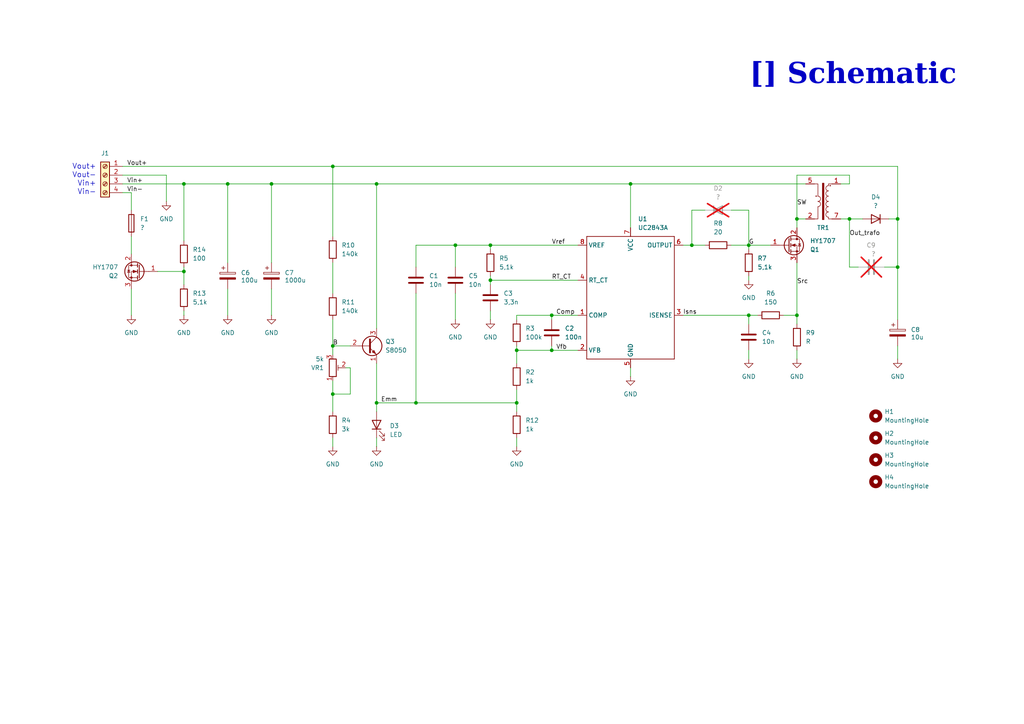
<source format=kicad_sch>
(kicad_sch (version 20250114) (generator "eeschema") (generator_version "9.0")
  (paper "A4")
  (title_block (title "Schematic") (date "2025-01-12") (rev "${REVISION}") (company "${COMPANY}") (comment 9 "NA"))
  (lib_symbols
    (symbol "Connector:Screw_Terminal_01x04" (pin_names (offset 1.016) (hide yes))
      (property "Reference" "J" (at 0 5.08 0))
      (property "Value" "Screw_Terminal_01x04" (at 0 -7.62 0))
      (symbol "Screw_Terminal_01x04_1_1"
        (rectangle (start -1.27 3.81) (end 1.27 -6.35) (stroke (width 0.254)) (fill (type background)))
        (polyline (pts (xy -0.5334 2.8702) (xy 0.3302 2.032)) (stroke (width 0.1524)))
        (polyline (pts (xy -0.5334 0.3302) (xy 0.3302 -0.508)) (stroke (width 0.1524)))
        (polyline (pts (xy -0.5334 -2.2098) (xy 0.3302 -3.048)) (stroke (width 0.1524)))
        (polyline (pts (xy -0.5334 -4.7498) (xy 0.3302 -5.588)) (stroke (width 0.1524)))
        (polyline (pts (xy -0.3556 3.048) (xy 0.508 2.2098)) (stroke (width 0.1524)))
        (polyline (pts (xy -0.3556 0.508) (xy 0.508 -0.3302)) (stroke (width 0.1524)))
        (polyline (pts (xy -0.3556 -2.032) (xy 0.508 -2.8702)) (stroke (width 0.1524)))
        (polyline (pts (xy -0.3556 -4.572) (xy 0.508 -5.4102)) (stroke (width 0.1524)))
        (circle (center 0 2.54) (radius 0.635) (stroke (width 0.1524)))
        (circle (center 0 0) (radius 0.635) (stroke (width 0.1524)))
        (circle (center 0 -2.54) (radius 0.635) (stroke (width 0.1524)))
        (circle (center 0 -5.08) (radius 0.635) (stroke (width 0.1524)))
        (pin passive line (at -5.08 2.54 0) (length 3.81) (name "Pin_1") (number "1"))
        (pin passive line (at -5.08 0 0) (length 3.81) (name "Pin_2") (number "2"))
        (pin passive line (at -5.08 -2.54 0) (length 3.81) (name "Pin_3") (number "3"))
        (pin passive line (at -5.08 -5.08 0) (length 3.81) (name "Pin_4") (number "4"))
      )
    )
    (symbol "Device:C" (pin_numbers (hide yes)) (pin_names (offset 0.254))
      (property "Reference" "C" (at 0.635 2.54 0))
      (property "Value" "C" (at 0.635 -2.54 0))
      (symbol "C_0_1"
        (polyline (pts (xy -2.032 0.762) (xy 2.032 0.762)) (stroke (width 0.508)))
        (polyline (pts (xy -2.032 -0.762) (xy 2.032 -0.762)) (stroke (width 0.508)))
      )
      (symbol "C_1_1"
        (pin passive line (at 0 3.81 270) (length 2.794) (name "~") (number "1"))
        (pin passive line (at 0 -3.81 90) (length 2.794) (name "~") (number "2"))
      )
    )
    (symbol "Device:C_Polarized" (pin_numbers (hide yes)) (pin_names (offset 0.254))
      (property "Reference" "C" (at 0.635 2.54 0))
      (property "Value" "C_Polarized" (at 0.635 -2.54 0))
      (symbol "C_Polarized_0_1"
        (rectangle (start -2.286 0.508) (end 2.286 1.016))
        (polyline (pts (xy -1.778 2.286) (xy -0.762 2.286)))
        (polyline (pts (xy -1.27 2.794) (xy -1.27 1.778)))
        (rectangle (start 2.286 -0.508) (end -2.286 -1.016) (fill (type outline)))
      )
      (symbol "C_Polarized_1_1"
        (pin passive line (at 0 3.81 270) (length 2.794) (name "~") (number "1"))
        (pin passive line (at 0 -3.81 90) (length 2.794) (name "~") (number "2"))
      )
    )
    (symbol "Device:D" (pin_numbers (hide yes)) (pin_names (offset 1.016) (hide yes))
      (property "Reference" "D" (at 0 2.54 0))
      (property "Value" "D" (at 0 -2.54 0))
      (symbol "D_0_1"
        (polyline (pts (xy -1.27 1.27) (xy -1.27 -1.27)) (stroke (width 0.254)))
        (polyline (pts (xy 1.27 1.27) (xy 1.27 -1.27) (xy -1.27 0) (xy 1.27 1.27)) (stroke (width 0.254)))
        (polyline (pts (xy 1.27 0) (xy -1.27 0)))
      )
      (symbol "D_1_1"
        (pin passive line (at -3.81 0 0) (length 2.54) (name "K") (number "1"))
        (pin passive line (at 3.81 0 180) (length 2.54) (name "A") (number "2"))
      )
    )
    (symbol "Device:Fuse" (pin_numbers (hide yes)) (pin_names (offset 0))
      (property "Reference" "F" (at 2.032 0 90))
      (property "Value" "Fuse" (at -1.905 0 90))
      (symbol "Fuse_0_1"
        (rectangle (start -0.762 -2.54) (end 0.762 2.54) (stroke (width 0.254)))
        (polyline (pts (xy 0 2.54) (xy 0 -2.54)))
      )
      (symbol "Fuse_1_1"
        (pin passive line (at 0 3.81 270) (length 1.27) (name "~") (number "1"))
        (pin passive line (at 0 -3.81 90) (length 1.27) (name "~") (number "2"))
      )
    )
    (symbol "Device:LED" (pin_numbers (hide yes)) (pin_names (offset 1.016) (hide yes))
      (property "Reference" "D" (at 0 2.54 0))
      (property "Value" "LED" (at 0 -2.54 0))
      (symbol "LED_0_1"
        (polyline (pts (xy -3.048 -0.762) (xy -4.572 -2.286) (xy -3.81 -2.286) (xy -4.572 -2.286) (xy -4.572 -1.524)))
        (polyline (pts (xy -1.778 -0.762) (xy -3.302 -2.286) (xy -2.54 -2.286) (xy -3.302 -2.286) (xy -3.302 -1.524)))
        (polyline (pts (xy -1.27 0) (xy 1.27 0)))
        (polyline (pts (xy -1.27 -1.27) (xy -1.27 1.27)) (stroke (width 0.254)))
        (polyline (pts (xy 1.27 -1.27) (xy 1.27 1.27) (xy -1.27 0) (xy 1.27 -1.27)) (stroke (width 0.254)))
      )
      (symbol "LED_1_1"
        (pin passive line (at -3.81 0 0) (length 2.54) (name "K") (number "1"))
        (pin passive line (at 3.81 0 180) (length 2.54) (name "A") (number "2"))
      )
    )
    (symbol "Device:R" (pin_numbers (hide yes)) (pin_names (offset 0))
      (property "Reference" "R" (at 2.032 0 90))
      (property "Value" "R" (at 0 0 90))
      (symbol "R_0_1"
        (rectangle (start -1.016 -2.54) (end 1.016 2.54) (stroke (width 0.254)))
      )
      (symbol "R_1_1"
        (pin passive line (at 0 3.81 270) (length 1.27) (name "~") (number "1"))
        (pin passive line (at 0 -3.81 90) (length 1.27) (name "~") (number "2"))
      )
    )
    (symbol "Device:R_Potentiometer_Trim" (pin_names (offset 1.016) (hide yes))
      (property "Reference" "RV" (at -4.445 0 90))
      (property "Value" "R_Potentiometer_Trim" (at -2.54 0 90))
      (symbol "R_Potentiometer_Trim_0_1"
        (rectangle (start 1.016 2.54) (end -1.016 -2.54) (stroke (width 0.254)))
        (polyline (pts (xy 1.524 0.762) (xy 1.524 -0.762)))
        (polyline (pts (xy 2.54 0) (xy 1.524 0)))
      )
      (symbol "R_Potentiometer_Trim_1_1"
        (pin passive line (at 0 3.81 270) (length 1.27) (name "1") (number "1"))
        (pin passive line (at 0 -3.81 90) (length 1.27) (name "3") (number "3"))
        (pin passive line (at 3.81 0 180) (length 1.27) (name "2") (number "2"))
      )
    )
    (symbol "Mechanical:MountingHole" (pin_names (offset 1.016)) (in_bom no)
      (property "Reference" "H" (at 0 5.08 0))
      (property "Value" "MountingHole" (at 0 3.175 0))
      (symbol "MountingHole_0_1"
        (circle (center 0 0) (radius 1.27) (stroke (width 1.27)))
      )
    )
    (symbol "Transistor_BJT:S8050" (pin_names (offset 0) (hide yes))
      (property "Reference" "Q" (at 5.08 1.905 0))
      (property "Value" "S8050" (at 5.08 0 0))
      (symbol "S8050_0_1"
        (polyline (pts (xy -2.54 0) (xy 0.635 0)))
        (polyline (pts (xy 0.635 1.905) (xy 0.635 -1.905)) (stroke (width 0.508)))
        (circle (center 1.27 0) (radius 2.8194) (stroke (width 0.254)))
      )
      (symbol "S8050_1_1"
        (polyline (pts (xy 0.635 0.635) (xy 2.54 2.54)))
        (polyline (pts (xy 0.635 -0.635) (xy 2.54 -2.54)))
        (polyline (pts (xy 1.27 -1.778) (xy 1.778 -1.27) (xy 2.286 -2.286) (xy 1.27 -1.778)) (fill (type outline)))
        (pin input line (at -5.08 0 0) (length 2.54) (name "B") (number "2"))
        (pin passive line (at 2.54 5.08 270) (length 2.54) (name "C") (number "3"))
        (pin passive line (at 2.54 -5.08 90) (length 2.54) (name "E") (number "1"))
      )
    )
    (symbol "Transistor_FET:Q_NMOS_GDS" (pin_names (offset 0) (hide yes))
      (property "Reference" "Q" (at 5.08 1.905 0))
      (property "Value" "Q_NMOS_GDS" (at 5.08 0 0))
      (symbol "Q_NMOS_GDS_0_1"
        (polyline (pts (xy 0.254 1.905) (xy 0.254 -1.905)) (stroke (width 0.254)))
        (polyline (pts (xy 0.254 0) (xy -2.54 0)))
        (polyline (pts (xy 0.762 2.286) (xy 0.762 1.27)) (stroke (width 0.254)))
        (polyline (pts (xy 0.762 0.508) (xy 0.762 -0.508)) (stroke (width 0.254)))
        (polyline (pts (xy 0.762 -1.27) (xy 0.762 -2.286)) (stroke (width 0.254)))
        (polyline (pts (xy 0.762 -1.778) (xy 3.302 -1.778) (xy 3.302 1.778) (xy 0.762 1.778)))
        (polyline (pts (xy 1.016 0) (xy 2.032 0.381) (xy 2.032 -0.381) (xy 1.016 0)) (fill (type outline)))
        (circle (center 1.651 0) (radius 2.794) (stroke (width 0.254)))
        (polyline (pts (xy 2.54 2.54) (xy 2.54 1.778)))
        (circle (center 2.54 1.778) (radius 0.254) (fill (type outline)))
        (circle (center 2.54 -1.778) (radius 0.254) (fill (type outline)))
        (polyline (pts (xy 2.54 -2.54) (xy 2.54 0) (xy 0.762 0)))
        (polyline (pts (xy 2.921 0.381) (xy 3.683 0.381)))
        (polyline (pts (xy 3.302 0.381) (xy 2.921 -0.254) (xy 3.683 -0.254) (xy 3.302 0.381)))
      )
      (symbol "Q_NMOS_GDS_1_1"
        (pin input line (at -5.08 0 0) (length 2.54) (name "G") (number "1"))
        (pin passive line (at 2.54 5.08 270) (length 2.54) (name "D") (number "2"))
        (pin passive line (at 2.54 -5.08 90) (length 2.54) (name "S") (number "3"))
      )
    )
    (symbol "personal:TR_12to450V_alixp"
      (property "Reference" "TR" (at 0 8.382 0))
      (symbol "TR_12to450V_alixp_0_1"
        (polyline (pts (xy -2.54 -5.08) (xy -1.524 -5.08) (xy -1.524 -1.524)) (stroke (width 0.1524)))
        (circle (center -2.032 1.524) (radius 0.127))
        (polyline (pts (xy -1.524 1.524) (xy -1.524 5.08) (xy -2.54 5.08)) (stroke (width 0.1524)))
        (rectangle (start 0.254 5.334) (end -0.254 -5.334) (stroke (width 0.0254)) (fill (type outline)))
        (polyline (pts (xy 1.524 4.572) (xy 1.524 5.08) (xy 2.54 5.08)))
        (polyline (pts (xy 1.524 -4.572) (xy 1.524 -5.08) (xy 2.54 -5.08)))
        (circle (center 2.032 4.572) (radius 0.127))
      )
      (symbol "TR_12to450V_alixp_1_1"
        (arc (start -1.524 1.524) (mid -0.7653 0.762) (end -1.524 0) (stroke (width 0.1524)))
        (arc (start -1.524 0) (mid -0.7653 -0.762) (end -1.524 -1.524) (stroke (width 0.1524)))
        (arc (start 1.524 3.048) (mid 0.7653 3.81) (end 1.524 4.572) (stroke (width 0.1524)))
        (arc (start 1.524 1.524) (mid 0.7653 2.286) (end 1.524 3.048) (stroke (width 0.1524)))
        (arc (start 1.524 0) (mid 0.7653 0.762) (end 1.524 1.524) (stroke (width 0.1524)))
        (arc (start 1.524 -1.524) (mid 0.7653 -0.762) (end 1.524 0) (stroke (width 0.1524)))
        (arc (start 1.524 -3.048) (mid 0.7653 -2.286) (end 1.524 -1.524) (stroke (width 0.1524)))
        (arc (start 1.524 -4.572) (mid 0.7653 -3.81) (end 1.524 -3.048) (stroke (width 0.1524)))
        (pin passive line (at -5.08 5.08 0) (length 2.54) (name "~") (number "5"))
        (pin passive line (at -5.08 -5.08 0) (length 2.54) (name "~") (number "2"))
        (pin passive line (at 5.08 5.08 180) (length 2.54) (name "~") (number "1"))
        (pin passive line (at 5.08 -5.08 180) (length 2.54) (name "~") (number "7"))
      )
    )
    (symbol "personal:UC2843AQD8R"
      (property "Reference" "U" (at -12.7 21.082 0))
      (property "Value" "UC2843A" (at -12.7 19.05 0))
      (symbol "UC2843AQD8R_0_1"
        (polyline (pts (xy -12.7 17.78) (xy -12.7 -17.78)) (stroke (width 0.2032)))
        (polyline (pts (xy -12.7 -17.78) (xy 12.7 -17.78)) (stroke (width 0.2032)))
        (polyline (pts (xy 12.7 17.78) (xy -12.7 17.78)) (stroke (width 0.2032)))
        (polyline (pts (xy 12.7 -17.78) (xy 12.7 17.78)) (stroke (width 0.2032)))
      )
      (symbol "UC2843AQD8R_1_1"
        (pin power_out line (at -15.24 15.24 0) (length 2.54) (name "VREF") (number "8"))
        (pin input line (at -15.24 5.08 0) (length 2.54) (name "RT_CT") (number "4"))
        (pin output line (at -15.24 -5.08 0) (length 2.54) (name "COMP") (number "1"))
        (pin input line (at -15.24 -15.24 0) (length 2.54) (name "VFB") (number "2"))
        (pin power_in line (at 0 20.32 270) (length 2.54) (name "VCC") (number "7"))
        (pin passive line (at 0 -20.32 90) (length 2.54) (name "GND") (number "5"))
        (pin output line (at 15.24 15.24 180) (length 2.54) (name "OUTPUT") (number "6"))
        (pin input line (at 15.24 -5.08 180) (length 2.54) (name "ISENSE") (number "3"))
      )
    )
    (symbol "power:GND" (power) (pin_numbers (hide yes)) (pin_names (offset 0) (hide yes))
      (property "Value" "GND" (at 0 -3.81 0))
      (symbol "GND_0_1"
        (polyline (pts (xy 0 0) (xy 0 -1.27) (xy 1.27 -1.27) (xy 0 -2.54) (xy -1.27 -1.27) (xy 0 -1.27)))
      )
      (symbol "GND_1_1"
        (pin power_in line (at 0 0 270) (length 0) (name "~") (number "1"))
      )
    )
  )
  (text "Vout+\nVout-\nVin+\nVin-" (at 27.94 52.07 0) (effects (font (size 1.524 1.524)) (justify right)))
  (text_box "[${#}] ${TITLE}" (at 203.2 15.24 0) (size 78.74 12.7) (margins 4.4999 4.4999 4.4999 4.4999) (stroke (width -0.0001)) (effects (font (size 6 6) (thickness 1.2) (bold yes)) (justify right)))
  (junction (at 53.34 53.34))
  (junction (at 53.34 78.74))
  (junction (at 96.52 114.3))
  (junction (at 96.52 100.33))
  (junction (at 109.22 53.34))
  (junction (at 120.65 116.84))
  (junction (at 132.08 71.12))
  (junction (at 142.24 71.12))
  (junction (at 246.38 63.5))
  (junction (at 78.74 53.34))
  (junction (at 149.86 116.84))
  (junction (at 217.17 91.44))
  (junction (at 260.35 63.5))
  (junction (at 66.04 53.34))
  (junction (at 231.14 91.44))
  (junction (at 142.24 81.28))
  (junction (at 160.02 101.6))
  (junction (at 149.86 101.6))
  (junction (at 109.22 116.84))
  (junction (at 160.02 91.44))
  (junction (at 217.17 71.12))
  (junction (at 96.52 48.26))
  (junction (at 200.66 71.12))
  (junction (at 260.35 77.47))
  (junction (at 231.14 63.5))
  (junction (at 182.88 53.34))
  (wire (pts (xy 182.88 106.68) (xy 182.88 109.22)))
  (wire (pts (xy 160.02 91.44) (xy 160.02 92.71)))
  (wire (pts (xy 233.68 63.5) (xy 231.14 63.5)))
  (wire (pts (xy 96.52 127) (xy 96.52 129.54)))
  (wire (pts (xy 231.14 50.8) (xy 246.38 50.8)))
  (wire (pts (xy 219.71 91.44) (xy 217.17 91.44)))
  (wire (pts (xy 142.24 71.12) (xy 167.64 71.12)))
  (wire (pts (xy 66.04 53.34) (xy 66.04 76.2)))
  (wire (pts (xy 198.12 71.12) (xy 200.66 71.12)))
  (wire (pts (xy 217.17 91.44) (xy 217.17 93.98)))
  (wire (pts (xy 142.24 92.71) (xy 142.24 90.17)))
  (wire (pts (xy 160.02 101.6) (xy 160.02 100.33)))
  (wire (pts (xy 53.34 53.34) (xy 66.04 53.34)))
  (wire (pts (xy 149.86 113.03) (xy 149.86 116.84)))
  (wire (pts (xy 132.08 77.47) (xy 132.08 71.12)))
  (wire (pts (xy 109.22 116.84) (xy 120.65 116.84)))
  (wire (pts (xy 132.08 71.12) (xy 120.65 71.12)))
  (wire (pts (xy 96.52 100.33) (xy 96.52 102.87)))
  (wire (pts (xy 200.66 60.96) (xy 204.47 60.96)))
  (wire (pts (xy 53.34 53.34) (xy 53.34 69.85)))
  (wire (pts (xy 96.52 100.33) (xy 101.6 100.33)))
  (wire (pts (xy 101.6 106.68) (xy 101.6 114.3)))
  (wire (pts (xy 246.38 77.47) (xy 246.38 63.5)))
  (wire (pts (xy 231.14 101.6) (xy 231.14 104.14)))
  (wire (pts (xy 132.08 92.71) (xy 132.08 85.09)))
  (wire (pts (xy 96.52 92.71) (xy 96.52 100.33)))
  (wire (pts (xy 243.84 53.34) (xy 246.38 53.34)))
  (wire (pts (xy 96.52 85.09) (xy 96.52 76.2)))
  (wire (pts (xy 132.08 71.12) (xy 142.24 71.12)))
  (wire (pts (xy 96.52 48.26) (xy 96.52 68.58)))
  (wire (pts (xy 231.14 91.44) (xy 231.14 93.98)))
  (wire (pts (xy 149.86 92.71) (xy 149.86 91.44)))
  (wire (pts (xy 45.72 78.74) (xy 53.34 78.74)))
  (wire (pts (xy 256.54 77.47) (xy 260.35 77.47)))
  (wire (pts (xy 48.26 50.8) (xy 35.56 50.8)))
  (wire (pts (xy 38.1 83.82) (xy 38.1 91.44)))
  (wire (pts (xy 48.26 58.42) (xy 48.26 50.8)))
  (wire (pts (xy 38.1 55.88) (xy 38.1 60.96)))
  (wire (pts (xy 260.35 63.5) (xy 260.35 77.47)))
  (wire (pts (xy 66.04 83.82) (xy 66.04 91.44)))
  (wire (pts (xy 96.52 48.26) (xy 260.35 48.26)))
  (wire (pts (xy 217.17 101.6) (xy 217.17 104.14)))
  (wire (pts (xy 142.24 81.28) (xy 142.24 82.55)))
  (wire (pts (xy 149.86 101.6) (xy 160.02 101.6)))
  (wire (pts (xy 109.22 116.84) (xy 109.22 119.38)))
  (wire (pts (xy 160.02 91.44) (xy 167.64 91.44)))
  (wire (pts (xy 246.38 63.5) (xy 250.19 63.5)))
  (wire (pts (xy 227.33 91.44) (xy 231.14 91.44)))
  (wire (pts (xy 212.09 71.12) (xy 217.17 71.12)))
  (wire (pts (xy 200.66 60.96) (xy 200.66 71.12)))
  (wire (pts (xy 149.86 116.84) (xy 149.86 119.38)))
  (wire (pts (xy 96.52 114.3) (xy 96.52 119.38)))
  (wire (pts (xy 217.17 71.12) (xy 217.17 72.39)))
  (wire (pts (xy 142.24 81.28) (xy 167.64 81.28)))
  (wire (pts (xy 35.56 55.88) (xy 38.1 55.88)))
  (wire (pts (xy 66.04 53.34) (xy 78.74 53.34)))
  (wire (pts (xy 78.74 53.34) (xy 109.22 53.34)))
  (wire (pts (xy 101.6 114.3) (xy 96.52 114.3)))
  (wire (pts (xy 96.52 110.49) (xy 96.52 114.3)))
  (wire (pts (xy 182.88 53.34) (xy 233.68 53.34)))
  (wire (pts (xy 200.66 71.12) (xy 204.47 71.12)))
  (wire (pts (xy 109.22 127) (xy 109.22 129.54)))
  (wire (pts (xy 260.35 48.26) (xy 260.35 63.5)))
  (wire (pts (xy 120.65 71.12) (xy 120.65 77.47)))
  (wire (pts (xy 120.65 116.84) (xy 149.86 116.84)))
  (wire (pts (xy 109.22 53.34) (xy 182.88 53.34)))
  (wire (pts (xy 198.12 91.44) (xy 217.17 91.44)))
  (wire (pts (xy 53.34 77.47) (xy 53.34 78.74)))
  (wire (pts (xy 53.34 90.17) (xy 53.34 91.44)))
  (wire (pts (xy 217.17 60.96) (xy 217.17 71.12)))
  (wire (pts (xy 142.24 71.12) (xy 142.24 72.39)))
  (wire (pts (xy 78.74 53.34) (xy 78.74 76.2)))
  (wire (pts (xy 149.86 100.33) (xy 149.86 101.6)))
  (wire (pts (xy 246.38 77.47) (xy 248.92 77.47)))
  (wire (pts (xy 243.84 63.5) (xy 246.38 63.5)))
  (wire (pts (xy 149.86 101.6) (xy 149.86 105.41)))
  (wire (pts (xy 231.14 63.5) (xy 231.14 66.04)))
  (wire (pts (xy 35.56 48.26) (xy 96.52 48.26)))
  (wire (pts (xy 35.56 53.34) (xy 53.34 53.34)))
  (wire (pts (xy 53.34 78.74) (xy 53.34 82.55)))
  (wire (pts (xy 109.22 105.41) (xy 109.22 116.84)))
  (wire (pts (xy 142.24 80.01) (xy 142.24 81.28)))
  (wire (pts (xy 78.74 83.82) (xy 78.74 91.44)))
  (wire (pts (xy 231.14 63.5) (xy 231.14 50.8)))
  (wire (pts (xy 149.86 127) (xy 149.86 129.54)))
  (wire (pts (xy 260.35 63.5) (xy 257.81 63.5)))
  (wire (pts (xy 182.88 53.34) (xy 182.88 66.04)))
  (wire (pts (xy 246.38 50.8) (xy 246.38 53.34)))
  (wire (pts (xy 120.65 85.09) (xy 120.65 116.84)))
  (wire (pts (xy 160.02 101.6) (xy 167.64 101.6)))
  (wire (pts (xy 109.22 53.34) (xy 109.22 95.25)))
  (wire (pts (xy 217.17 80.01) (xy 217.17 81.28)))
  (wire (pts (xy 260.35 100.33) (xy 260.35 104.14)))
  (wire (pts (xy 231.14 76.2) (xy 231.14 91.44)))
  (wire (pts (xy 212.09 60.96) (xy 217.17 60.96)))
  (wire (pts (xy 260.35 77.47) (xy 260.35 92.71)))
  (wire (pts (xy 149.86 91.44) (xy 160.02 91.44)))
  (wire (pts (xy 223.52 71.12) (xy 217.17 71.12)))
  (wire (pts (xy 38.1 68.58) (xy 38.1 73.66)))
  (wire (pts (xy 100.33 106.68) (xy 101.6 106.68)))
  (label "Vin+" (at 36.83 53.34 0))
  (label "Vref" (at 160.02 71.12 0))
  (label "RT_CT" (at 160.02 81.28 0))
  (label "Comp" (at 161.29 91.44 0))
  (label "Emm" (at 110.49 116.84 0))
  (label "SW" (at 231.14 59.69 0))
  (label "Vin-" (at 36.83 55.88 0))
  (label "Vout+" (at 36.83 48.26 0))
  (label "B" (at 96.52 100.33 0))
  (label "Vfb" (at 161.29 101.6 0))
  (label "Isns" (at 198.12 91.44 0))
  (label "Out_trafo" (at 246.38 68.58 0))
  (label "G" (at 217.17 71.12 0))
  (label "Src" (at 231.14 82.55 0))
  (symbol (lib_id "power:GND") (at 48.26 58.42 0) (unit 1)
    (property "Reference" "#PWR03" (effects (hide yes)))
    (property "Value" "GND" (at 48.26 63.5 0))
    (property "Description" "Power symbol creates a global label with name \"GND\" , ground" (effects (hide yes)))
  )
  (symbol (lib_id "personal:TR_12to450V_alixp") (at 238.76 58.42 0) (unit 1)
    (property "Reference" "TR1" (at 238.76 66.04 0))
    (property "Footprint" "Personal:Tr12to450V_Alixp" (effects (hide yes)))
  )
  (symbol (lib_id "Device:C_Polarized") (at 78.74 80.01 0) (unit 1)
    (property "Reference" "C7" (at 82.55 79.1209 0) (effects (justify left)))
    (property "Value" "1000u" (at 82.55 81.28 0) (effects (justify left)))
    (property "Footprint" "Capacitor_THT:C_Radial_D10.0mm_H20.0mm_P5.00mm" (effects (hide yes)))
    (property "Description" "Polarized capacitor" (effects (hide yes)))
  )
  (symbol (lib_id "power:GND") (at 217.17 104.14 0) (unit 1)
    (property "Reference" "#PWR012" (effects (hide yes)))
    (property "Value" "GND" (at 217.17 109.22 0))
    (property "Description" "Power symbol creates a global label with name \"GND\" , ground" (effects (hide yes)))
  )
  (symbol (lib_id "power:GND") (at 231.14 104.14 0) (unit 1)
    (property "Reference" "#PWR013" (effects (hide yes)))
    (property "Value" "GND" (at 231.14 109.22 0))
    (property "Description" "Power symbol creates a global label with name \"GND\" , ground" (effects (hide yes)))
  )
  (symbol (lib_id "Device:R") (at 217.17 76.2 0) (unit 1)
    (property "Reference" "R7" (at 219.71 74.9299 0) (effects (justify left)))
    (property "Value" "5,1k" (at 219.71 77.4699 0) (effects (justify left)))
    (property "Footprint" "Resistor_THT:R_Axial_DIN0207_L6.3mm_D2.5mm_P7.62mm_Horizontal" (effects (hide yes)))
    (property "Description" "Resistor" (effects (hide yes)))
  )
  (symbol (lib_id "Device:C") (at 160.02 96.52 0) (unit 1)
    (property "Reference" "C2" (at 163.83 95.2499 0) (effects (justify left)))
    (property "Value" "100n" (at 163.83 97.7899 0) (effects (justify left)))
    (property "Footprint" "Capacitor_THT:C_Disc_D4.3mm_W1.9mm_P5.00mm" (effects (hide yes)))
    (property "Description" "Unpolarized capacitor" (effects (hide yes)))
  )
  (symbol (lib_id "Transistor_BJT:S8050") (at 106.68 100.33 0) (unit 1)
    (property "Reference" "Q3" (at 111.76 99.0599 0) (effects (justify left)))
    (property "Value" "S8050" (at 111.76 101.5999 0) (effects (justify left)))
    (property "Footprint" "Package_TO_SOT_THT:TO-92_Inline_Wide" (effects (hide yes)))
    (property "Datasheet" "http://www.unisonic.com.tw/datasheet/S8050.pdf" (effects (hide yes)))
    (property "Description" "0.7A Ic, 20V Vce, Low Voltage High Current NPN Transistor, TO-92" (effects (hide yes)))
  )
  (symbol (lib_id "Device:R") (at 96.52 72.39 180) (unit 1)
    (property "Reference" "R10" (at 99.06 71.1199 0) (effects (justify right)))
    (property "Value" "140k" (at 99.06 73.6599 0) (effects (justify right)))
    (property "Footprint" "Resistor_THT:R_Axial_DIN0309_L9.0mm_D3.2mm_P12.70mm_Horizontal" (effects (hide yes)))
    (property "Description" "Resistor" (effects (hide yes)))
  )
  (symbol (lib_id "Device:C") (at 252.73 77.47 90) (unit 1) (in_bom no) (dnp yes)
    (property "Reference" "C9" (at 254 71.12 90) (effects (justify left)))
    (property "Value" "?" (at 254 73.66 90) (effects (justify left)))
    (property "Footprint" "Capacitor_THT:C_Rect_L7.0mm_W2.0mm_P5.00mm" (effects (hide yes)))
    (property "Description" "Unpolarized capacitor" (effects (hide yes)))
  )
  (symbol (lib_id "Device:LED") (at 109.22 123.19 90) (unit 1)
    (property "Reference" "D3" (at 113.03 123.5074 90) (effects (justify right)))
    (property "Value" "LED" (at 113.03 126.0474 90) (effects (justify right)))
    (property "Footprint" "LED_THT:LED_D3.0mm" (effects (hide yes)))
    (property "Description" "Light emitting diode" (effects (hide yes)))
    (property "Sim.Pins" "1=K 2=A" (effects (hide yes)))
  )
  (symbol (lib_id "Transistor_FET:Q_NMOS_GDS") (at 40.64 78.74 0) (mirror y) (unit 1)
    (property "Reference" "Q2" (at 34.29 80.0101 0) (effects (justify left)))
    (property "Value" "HY1707" (at 34.29 77.4701 0) (effects (justify left)))
    (property "Footprint" "Package_TO_SOT_THT:TO-220F-3_Vertical" (effects (hide yes)))
    (property "Description" "N-MOSFET transistor, gate/drain/source" (effects (hide yes)))
  )
  (symbol (lib_id "Device:R") (at 142.24 76.2 180) (unit 1)
    (property "Reference" "R5" (at 144.78 74.9299 0) (effects (justify right)))
    (property "Value" "5,1k" (at 144.78 77.4699 0) (effects (justify right)))
    (property "Footprint" "Resistor_THT:R_Axial_DIN0207_L6.3mm_D2.5mm_P7.62mm_Horizontal" (effects (hide yes)))
    (property "Description" "Resistor" (effects (hide yes)))
  )
  (symbol (lib_id "Transistor_FET:Q_NMOS_GDS") (at 228.6 71.12 0) (unit 1)
    (property "Reference" "Q1" (at 234.95 72.3901 0) (effects (justify left)))
    (property "Value" "HY1707" (at 234.95 69.8501 0) (effects (justify left)))
    (property "Footprint" "Package_TO_SOT_THT:TO-220F-3_Vertical" (effects (hide yes)))
    (property "Description" "N-MOSFET transistor, gate/drain/source" (effects (hide yes)))
  )
  (symbol (lib_id "Mechanical:MountingHole") (at 254 120.65 0) (unit 1) (in_bom no)
    (property "Reference" "H1" (at 256.54 119.3799 0) (effects (justify left)))
    (property "Value" "MountingHole" (at 256.54 121.9199 0) (effects (justify left)))
    (property "Footprint" "MountingHole:MountingHole_2.1mm" (effects (hide yes)))
    (property "Description" "Mounting Hole without connection" (effects (hide yes)))
  )
  (symbol (lib_id "Device:R") (at 96.52 88.9 180) (unit 1)
    (property "Reference" "R11" (at 99.06 87.6299 0) (effects (justify right)))
    (property "Value" "140k" (at 99.06 90.1699 0) (effects (justify right)))
    (property "Footprint" "Resistor_THT:R_Axial_DIN0309_L9.0mm_D3.2mm_P12.70mm_Horizontal" (effects (hide yes)))
    (property "Description" "Resistor" (effects (hide yes)))
  )
  (symbol (lib_id "personal:UC2843AQD8R") (at 182.88 86.36 0) (unit 1)
    (property "Reference" "U1" (at 185.0233 63.5 0) (effects (justify left)))
    (property "Value" "UC2843A" (at 185.0233 66.04 0) (effects (justify left)))
    (property "Footprint" "Package_DIP:DIP-8_W7.62mm" (effects (hide yes)))
  )
  (symbol (lib_id "Mechanical:MountingHole") (at 254 139.7 0) (unit 1) (in_bom no)
    (property "Reference" "H4" (at 256.54 138.4299 0) (effects (justify left)))
    (property "Value" "MountingHole" (at 256.54 140.9699 0) (effects (justify left)))
    (property "Footprint" "MountingHole:MountingHole_2.1mm" (effects (hide yes)))
    (property "Description" "Mounting Hole without connection" (effects (hide yes)))
  )
  (symbol (lib_id "Device:C") (at 120.65 81.28 180) (unit 1)
    (property "Reference" "C1" (at 124.46 80.0099 0) (effects (justify right)))
    (property "Value" "10n" (at 124.46 82.5499 0) (effects (justify right)))
    (property "Footprint" "Capacitor_THT:C_Rect_L7.0mm_W2.0mm_P5.00mm" (effects (hide yes)))
    (property "Description" "Unpolarized capacitor" (effects (hide yes)))
  )
  (symbol (lib_id "Mechanical:MountingHole") (at 254 127 0) (unit 1) (in_bom no)
    (property "Reference" "H2" (at 256.54 125.7299 0) (effects (justify left)))
    (property "Value" "MountingHole" (at 256.54 128.2699 0) (effects (justify left)))
    (property "Footprint" "MountingHole:MountingHole_2.1mm" (effects (hide yes)))
    (property "Description" "Mounting Hole without connection" (effects (hide yes)))
  )
  (symbol (lib_id "Device:D") (at 208.28 60.96 0) (unit 1) (in_bom no) (dnp yes)
    (property "Reference" "D2" (at 208.28 54.61 0))
    (property "Value" "?" (at 208.28 57.15 0))
    (property "Footprint" "Diode_THT:D_A-405_P7.62mm_Horizontal" (effects (hide yes)))
    (property "Description" "Diode" (effects (hide yes)))
    (property "Sim.Device" "D" (effects (hide yes)))
    (property "Sim.Pins" "1=K 2=A" (effects (hide yes)))
    (property "Notes" "Markings are not readable on the part" (effects (hide yes)))
  )
  (symbol (lib_id "power:GND") (at 96.52 129.54 0) (unit 1)
    (property "Reference" "#PWR015" (effects (hide yes)))
    (property "Value" "GND" (at 96.52 134.62 0))
    (property "Description" "Power symbol creates a global label with name \"GND\" , ground" (effects (hide yes)))
  )
  (symbol (lib_id "Connector:Screw_Terminal_01x04") (at 30.48 50.8 0) (mirror y) (unit 1)
    (property "Reference" "J1" (at 30.48 44.45 0))
    (property "Value" "Screw_Terminal_01x04" (effects (hide yes)))
    (property "Footprint" "TerminalBlock:TerminalBlock_MaiXu_MX126-5.0-04P_1x04_P5.00mm" (effects (hide yes)))
    (property "Description" "Generic screw terminal, single row, 01x04, script generated (kicad-library-utils/schlib/autogen/connector/)" (effects (hide yes)))
  )
  (symbol (lib_id "Device:C") (at 217.17 97.79 0) (unit 1)
    (property "Reference" "C4" (at 220.98 96.5199 0) (effects (justify left)))
    (property "Value" "10n" (at 220.98 99.0599 0) (effects (justify left)))
    (property "Footprint" "Capacitor_THT:C_Rect_L7.0mm_W2.0mm_P5.00mm" (effects (hide yes)))
    (property "Description" "Unpolarized capacitor" (effects (hide yes)))
  )
  (symbol (lib_id "Device:R") (at 149.86 123.19 0) (unit 1)
    (property "Reference" "R12" (at 152.4 121.9199 0) (effects (justify left)))
    (property "Value" "1k" (at 152.4 124.4599 0) (effects (justify left)))
    (property "Footprint" "Resistor_THT:R_Axial_DIN0207_L6.3mm_D2.5mm_P7.62mm_Horizontal" (effects (hide yes)))
    (property "Description" "Resistor" (effects (hide yes)))
  )
  (symbol (lib_id "power:GND") (at 109.22 129.54 0) (unit 1)
    (property "Reference" "#PWR029" (effects (hide yes)))
    (property "Value" "GND" (at 109.22 134.62 0))
    (property "Description" "Power symbol creates a global label with name \"GND\" , ground" (effects (hide yes)))
  )
  (symbol (lib_id "Device:C_Polarized") (at 260.35 96.52 0) (unit 1)
    (property "Reference" "C8" (at 264.16 95.6309 0) (effects (justify left)))
    (property "Value" "10u" (at 264.16 97.79 0) (effects (justify left)))
    (property "Footprint" "Capacitor_THT:C_Radial_D10.0mm_H16.0mm_P5.00mm" (effects (hide yes)))
    (property "Description" "Polarized capacitor" (effects (hide yes)))
  )
  (symbol (lib_id "Device:R") (at 208.28 71.12 90) (unit 1)
    (property "Reference" "R8" (at 208.28 64.77 90))
    (property "Value" "20" (at 208.28 67.31 90))
    (property "Footprint" "Resistor_THT:R_Axial_DIN0207_L6.3mm_D2.5mm_P7.62mm_Horizontal" (effects (hide yes)))
    (property "Description" "Resistor" (effects (hide yes)))
  )
  (symbol (lib_id "power:GND") (at 78.74 91.44 0) (unit 1)
    (property "Reference" "#PWR08" (effects (hide yes)))
    (property "Value" "GND" (at 78.74 96.52 0))
    (property "Description" "Power symbol creates a global label with name \"GND\" , ground" (effects (hide yes)))
  )
  (symbol (lib_id "Device:Fuse") (at 38.1 64.77 0) (unit 1)
    (property "Reference" "F1" (at 40.64 63.4999 0) (effects (justify left)))
    (property "Value" "?" (at 40.64 66.0399 0) (effects (justify left)))
    (property "Footprint" "Fuse:Fuseholder_Clip-5x20mm_Eaton_1A5601-01_Inline_P20.80x6.76mm_D1.70mm_Horizontal" (effects (hide yes)))
    (property "Description" "Fuse" (effects (hide yes)))
  )
  (symbol (lib_id "Device:R") (at 149.86 109.22 0) (unit 1)
    (property "Reference" "R2" (at 152.4 107.9499 0) (effects (justify left)))
    (property "Value" "1k" (at 152.4 110.4899 0) (effects (justify left)))
    (property "Footprint" "Resistor_THT:R_Axial_DIN0207_L6.3mm_D2.5mm_P7.62mm_Horizontal" (effects (hide yes)))
    (property "Description" "Resistor" (effects (hide yes)))
  )
  (symbol (lib_id "power:GND") (at 38.1 91.44 0) (unit 1)
    (property "Reference" "#PWR05" (effects (hide yes)))
    (property "Value" "GND" (at 38.1 96.52 0))
    (property "Description" "Power symbol creates a global label with name \"GND\" , ground" (effects (hide yes)))
  )
  (symbol (lib_id "Device:R") (at 223.52 91.44 90) (unit 1)
    (property "Reference" "R6" (at 223.52 85.09 90))
    (property "Value" "150" (at 223.52 87.63 90))
    (property "Footprint" "Resistor_THT:R_Axial_DIN0309_L9.0mm_D3.2mm_P12.70mm_Horizontal" (effects (hide yes)))
    (property "Description" "Resistor" (effects (hide yes)))
  )
  (symbol (lib_id "power:GND") (at 182.88 109.22 0) (unit 1)
    (property "Reference" "#PWR010" (effects (hide yes)))
    (property "Value" "GND" (at 182.88 114.3 0))
    (property "Description" "Power symbol creates a global label with name \"GND\" , ground" (effects (hide yes)))
  )
  (symbol (lib_id "Device:C") (at 132.08 81.28 0) (unit 1)
    (property "Reference" "C5" (at 135.89 80.0099 0) (effects (justify left)))
    (property "Value" "10n" (at 135.89 82.5499 0) (effects (justify left)))
    (property "Footprint" "Capacitor_THT:C_Rect_L7.0mm_W2.0mm_P5.00mm" (effects (hide yes)))
    (property "Description" "Unpolarized capacitor" (effects (hide yes)))
  )
  (symbol (lib_id "power:GND") (at 260.35 104.14 0) (unit 1)
    (property "Reference" "#PWR014" (effects (hide yes)))
    (property "Value" "GND" (at 260.35 109.22 0))
    (property "Description" "Power symbol creates a global label with name \"GND\" , ground" (effects (hide yes)))
  )
  (symbol (lib_id "power:GND") (at 217.17 81.28 0) (unit 1)
    (property "Reference" "#PWR04" (effects (hide yes)))
    (property "Value" "GND" (at 217.17 86.36 0))
    (property "Description" "Power symbol creates a global label with name \"GND\" , ground" (effects (hide yes)))
  )
  (symbol (lib_id "power:GND") (at 66.04 91.44 0) (unit 1)
    (property "Reference" "#PWR07" (effects (hide yes)))
    (property "Value" "GND" (at 66.04 96.52 0))
    (property "Description" "Power symbol creates a global label with name \"GND\" , ground" (effects (hide yes)))
  )
  (symbol (lib_id "Device:R") (at 231.14 97.79 0) (unit 1)
    (property "Reference" "R9" (at 233.68 96.5199 0) (effects (justify left)))
    (property "Value" "R" (at 233.68 99.0599 0) (effects (justify left)))
    (property "Footprint" "Resistor_THT:R_Axial_DIN0309_L9.0mm_D3.2mm_P15.24mm_Horizontal" (effects (hide yes)))
    (property "Description" "Resistor" (effects (hide yes)))
  )
  (symbol (lib_id "Device:C_Polarized") (at 66.04 80.01 0) (unit 1)
    (property "Reference" "C6" (at 69.85 79.1209 0) (effects (justify left)))
    (property "Value" "100u" (at 69.85 81.28 0) (effects (justify left)))
    (property "Footprint" "Capacitor_THT:C_Radial_D8.0mm_H11.5mm_P3.50mm" (effects (hide yes)))
    (property "Description" "Polarized capacitor" (effects (hide yes)))
  )
  (symbol (lib_id "Device:R") (at 96.52 123.19 0) (unit 1)
    (property "Reference" "R4" (at 99.06 121.9199 0) (effects (justify left)))
    (property "Value" "3k" (at 99.06 124.4599 0) (effects (justify left)))
    (property "Footprint" "Resistor_THT:R_Axial_DIN0207_L6.3mm_D2.5mm_P7.62mm_Horizontal" (effects (hide yes)))
    (property "Description" "Resistor" (effects (hide yes)))
  )
  (symbol (lib_id "power:GND") (at 132.08 92.71 0) (mirror y) (unit 1)
    (property "Reference" "#PWR09" (effects (hide yes)))
    (property "Value" "GND" (at 132.08 97.79 0))
    (property "Description" "Power symbol creates a global label with name \"GND\" , ground" (effects (hide yes)))
  )
  (symbol (lib_id "Device:R") (at 53.34 86.36 0) (unit 1)
    (property "Reference" "R13" (at 55.88 85.0899 0) (effects (justify left)))
    (property "Value" "5,1k" (at 55.88 87.6299 0) (effects (justify left)))
    (property "Footprint" "Resistor_THT:R_Axial_DIN0207_L6.3mm_D2.5mm_P7.62mm_Horizontal" (effects (hide yes)))
    (property "Description" "Resistor" (effects (hide yes)))
  )
  (symbol (lib_id "power:GND") (at 142.24 92.71 0) (mirror y) (unit 1)
    (property "Reference" "#PWR011" (effects (hide yes)))
    (property "Value" "GND" (at 142.24 97.79 0))
    (property "Description" "Power symbol creates a global label with name \"GND\" , ground" (effects (hide yes)))
  )
  (symbol (lib_id "Device:C") (at 142.24 86.36 0) (unit 1)
    (property "Reference" "C3" (at 146.05 85.0899 0) (effects (justify left)))
    (property "Value" "3,3n" (at 146.05 87.6299 0) (effects (justify left)))
    (property "Footprint" "Capacitor_THT:C_Rect_L7.0mm_W2.0mm_P5.00mm" (effects (hide yes)))
    (property "Description" "Unpolarized capacitor" (effects (hide yes)))
  )
  (symbol (lib_id "Device:R_Potentiometer_Trim") (at 96.52 106.68 0) (mirror x) (unit 1)
    (property "Reference" "VR1" (at 93.98 106.6801 0) (effects (justify right)))
    (property "Value" "5k" (at 93.98 104.14 0) (effects (justify right)))
    (property "Footprint" "Potentiometer_THT:Potentiometer_Bourns_3296W_Vertical" (effects (hide yes)))
    (property "Description" "Trim-potentiometer" (effects (hide yes)))
  )
  (symbol (lib_id "Device:D") (at 254 63.5 180) (unit 1)
    (property "Reference" "D4" (at 254 57.15 0))
    (property "Value" "?" (at 254 59.69 0))
    (property "Footprint" "Diode_THT:D_A-405_P10.16mm_Horizontal" (effects (hide yes)))
    (property "Description" "Diode" (effects (hide yes)))
    (property "Sim.Device" "D" (effects (hide yes)))
    (property "Sim.Pins" "1=K 2=A" (effects (hide yes)))
    (property "Notes" "Markings are not readable on the part" (effects (hide yes)))
  )
  (symbol (lib_id "power:GND") (at 149.86 129.54 0) (unit 1)
    (property "Reference" "#PWR030" (effects (hide yes)))
    (property "Value" "GND" (at 149.86 134.62 0))
    (property "Description" "Power symbol creates a global label with name \"GND\" , ground" (effects (hide yes)))
  )
  (symbol (lib_id "power:GND") (at 53.34 91.44 0) (unit 1)
    (property "Reference" "#PWR06" (effects (hide yes)))
    (property "Value" "GND" (at 53.34 96.52 0))
    (property "Description" "Power symbol creates a global label with name \"GND\" , ground" (effects (hide yes)))
  )
  (symbol (lib_id "Device:R") (at 149.86 96.52 0) (unit 1)
    (property "Reference" "R3" (at 152.4 95.2499 0) (effects (justify left)))
    (property "Value" "100k" (at 152.4 97.7899 0) (effects (justify left)))
    (property "Footprint" "Resistor_THT:R_Axial_DIN0207_L6.3mm_D2.5mm_P7.62mm_Horizontal" (effects (hide yes)))
    (property "Description" "Resistor" (effects (hide yes)))
  )
  (symbol (lib_id "Device:R") (at 53.34 73.66 180) (unit 1)
    (property "Reference" "R14" (at 55.88 72.3899 0) (effects (justify right)))
    (property "Value" "100" (at 55.88 74.9299 0) (effects (justify right)))
    (property "Footprint" "Resistor_THT:R_Axial_DIN0207_L6.3mm_D2.5mm_P7.62mm_Horizontal" (effects (hide yes)))
    (property "Description" "Resistor" (effects (hide yes)))
  )
  (symbol (lib_id "Mechanical:MountingHole") (at 254 133.35 0) (unit 1) (in_bom no)
    (property "Reference" "H3" (at 256.54 132.0799 0) (effects (justify left)))
    (property "Value" "MountingHole" (at 256.54 134.6199 0) (effects (justify left)))
    (property "Footprint" "MountingHole:MountingHole_2.1mm" (effects (hide yes)))
    (property "Description" "Mounting Hole without connection" (effects (hide yes)))
  )
)
</source>
